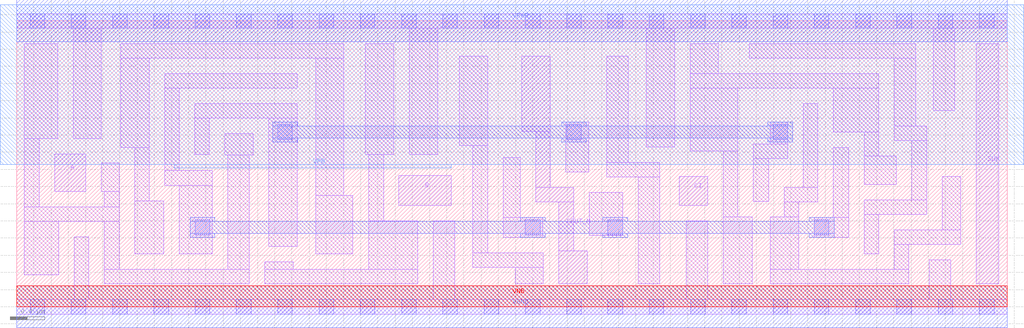
<source format=lef>
# Copyright 2020 The SkyWater PDK Authors
#
# Licensed under the Apache License, Version 2.0 (the "License");
# you may not use this file except in compliance with the License.
# You may obtain a copy of the License at
#
#     https://www.apache.org/licenses/LICENSE-2.0
#
# Unless required by applicable law or agreed to in writing, software
# distributed under the License is distributed on an "AS IS" BASIS,
# WITHOUT WARRANTIES OR CONDITIONS OF ANY KIND, either express or implied.
# See the License for the specific language governing permissions and
# limitations under the License.
#
# SPDX-License-Identifier: Apache-2.0

VERSION 5.7 ;
  NOWIREEXTENSIONATPIN ON ;
  DIVIDERCHAR "/" ;
  BUSBITCHARS "[]" ;
MACRO sky130_fd_sc_lp__fahcon_1
  CLASS CORE ;
  FOREIGN sky130_fd_sc_lp__fahcon_1 ;
  ORIGIN  0.000000  0.000000 ;
  SIZE  11.52000 BY  3.330000 ;
  SYMMETRY X Y R90 ;
  SITE unit ;
  PIN A
    ANTENNAGATEAREA  0.315000 ;
    DIRECTION INPUT ;
    USE SIGNAL ;
    PORT
      LAYER li1 ;
        RECT 0.440000 1.345000 0.805000 1.780000 ;
    END
  END A
  PIN B
    ANTENNAGATEAREA  1.005000 ;
    DIRECTION INPUT ;
    USE SIGNAL ;
    PORT
      LAYER li1 ;
        RECT 4.445000 1.180000 5.050000 1.530000 ;
    END
  END B
  PIN CI
    ANTENNAGATEAREA  0.561000 ;
    DIRECTION INPUT ;
    USE SIGNAL ;
    PORT
      LAYER li1 ;
        RECT 7.705000 1.180000 8.035000 1.515000 ;
    END
  END CI
  PIN COUT_N
    ANTENNADIFFAREA  1.035600 ;
    DIRECTION OUTPUT ;
    USE SIGNAL ;
    PORT
      LAYER li1 ;
        RECT 5.875000 2.040000 6.205000 2.920000 ;
        RECT 6.035000 1.220000 6.475000 1.390000 ;
        RECT 6.035000 1.390000 6.205000 2.040000 ;
        RECT 6.305000 0.265000 6.635000 0.650000 ;
        RECT 6.305000 0.650000 6.475000 1.220000 ;
    END
  END COUT_N
  PIN SUM
    ANTENNADIFFAREA  0.579600 ;
    DIRECTION OUTPUT ;
    USE SIGNAL ;
    PORT
      LAYER li1 ;
        RECT 11.155000 0.265000 11.420000 3.065000 ;
    END
  END SUM
  PIN VGND
    DIRECTION INOUT ;
    USE GROUND ;
    PORT
      LAYER met1 ;
        RECT 0.000000 -0.245000 11.520000 0.245000 ;
    END
  END VGND
  PIN VNB
    DIRECTION INOUT ;
    USE GROUND ;
    PORT
      LAYER pwell ;
        RECT 0.000000 0.000000 11.520000 0.245000 ;
    END
  END VNB
  PIN VPB
    DIRECTION INOUT ;
    USE POWER ;
    PORT
      LAYER nwell ;
        RECT -0.190000 1.655000 11.710000 3.520000 ;
        RECT  1.830000 1.615000  5.055000 1.655000 ;
    END
  END VPB
  PIN VPWR
    DIRECTION INOUT ;
    USE POWER ;
    PORT
      LAYER met1 ;
        RECT 0.000000 3.085000 11.520000 3.575000 ;
    END
  END VPWR
  OBS
    LAYER li1 ;
      RECT  0.000000 -0.085000 11.520000 0.085000 ;
      RECT  0.000000  3.245000 11.520000 3.415000 ;
      RECT  0.090000  0.375000  0.490000 0.995000 ;
      RECT  0.090000  0.995000  1.190000 1.165000 ;
      RECT  0.090000  1.165000  0.260000 1.960000 ;
      RECT  0.090000  1.960000  0.475000 3.065000 ;
      RECT  0.655000  1.960000  0.985000 3.245000 ;
      RECT  0.670000  0.085000  0.840000 0.815000 ;
      RECT  0.985000  1.345000  1.190000 1.675000 ;
      RECT  1.020000  0.265000  2.705000 0.435000 ;
      RECT  1.020000  0.435000  1.190000 0.995000 ;
      RECT  1.020000  1.165000  1.190000 1.345000 ;
      RECT  1.210000  1.855000  1.540000 2.895000 ;
      RECT  1.210000  2.895000  3.805000 3.065000 ;
      RECT  1.370000  0.615000  1.710000 1.235000 ;
      RECT  1.370000  1.235000  1.540000 1.855000 ;
      RECT  1.720000  1.415000  2.275000 1.585000 ;
      RECT  1.720000  1.585000  1.890000 2.545000 ;
      RECT  1.720000  2.545000  3.260000 2.715000 ;
      RECT  1.890000  0.615000  2.275000 1.415000 ;
      RECT  2.070000  1.775000  2.240000 2.195000 ;
      RECT  2.070000  2.195000  3.260000 2.365000 ;
      RECT  2.420000  1.765000  2.750000 2.015000 ;
      RECT  2.455000  0.435000  2.705000 1.765000 ;
      RECT  2.885000  0.265000  4.665000 0.435000 ;
      RECT  2.885000  0.435000  3.215000 0.525000 ;
      RECT  2.930000  0.705000  3.260000 2.195000 ;
      RECT  3.475000  0.615000  3.910000 1.295000 ;
      RECT  3.475000  1.295000  3.805000 2.895000 ;
      RECT  4.055000  1.775000  4.385000 3.065000 ;
      RECT  4.095000  0.435000  4.665000 1.000000 ;
      RECT  4.095000  1.000000  4.265000 1.775000 ;
      RECT  4.565000  1.775000  4.895000 3.245000 ;
      RECT  4.845000  0.085000  5.095000 1.000000 ;
      RECT  5.145000  1.880000  5.475000 2.920000 ;
      RECT  5.305000  0.460000  6.125000 0.630000 ;
      RECT  5.305000  0.630000  5.475000 1.880000 ;
      RECT  5.655000  0.810000  6.115000 1.040000 ;
      RECT  5.655000  1.040000  5.855000 1.740000 ;
      RECT  5.795000  0.265000  6.125000 0.460000 ;
      RECT  6.385000  1.570000  6.650000 2.150000 ;
      RECT  6.655000  0.830000  7.045000 1.330000 ;
      RECT  6.860000  1.510000  7.475000 1.680000 ;
      RECT  6.860000  1.680000  7.110000 2.920000 ;
      RECT  7.225000  0.265000  7.475000 1.510000 ;
      RECT  7.320000  1.860000  7.650000 3.245000 ;
      RECT  7.785000  0.085000  8.035000 1.000000 ;
      RECT  7.830000  1.815000  8.385000 2.545000 ;
      RECT  7.830000  2.545000 10.025000 2.715000 ;
      RECT  7.830000  2.715000  8.160000 3.065000 ;
      RECT  8.215000  0.265000  8.550000 1.045000 ;
      RECT  8.215000  1.045000  8.385000 1.815000 ;
      RECT  8.520000  2.895000 10.455000 3.065000 ;
      RECT  8.565000  1.225000  8.745000 1.725000 ;
      RECT  8.565000  1.725000  8.965000 1.895000 ;
      RECT  8.765000  0.265000 10.375000 0.435000 ;
      RECT  8.765000  0.435000  9.095000 1.045000 ;
      RECT  8.765000  1.895000  8.965000 2.150000 ;
      RECT  8.925000  1.045000  9.095000 1.220000 ;
      RECT  8.925000  1.220000  9.315000 1.390000 ;
      RECT  9.145000  1.390000  9.315000 2.365000 ;
      RECT  9.275000  0.810000  9.675000 1.040000 ;
      RECT  9.495000  1.040000  9.675000 1.855000 ;
      RECT  9.495000  2.035000 10.025000 2.545000 ;
      RECT  9.855000  0.615000 10.025000 1.075000 ;
      RECT  9.855000  1.075000 10.580000 1.245000 ;
      RECT  9.855000  1.425000 10.230000 1.755000 ;
      RECT  9.855000  1.755000 10.025000 2.035000 ;
      RECT 10.205000  0.435000 10.375000 0.725000 ;
      RECT 10.205000  0.725000 10.975000 0.895000 ;
      RECT 10.205000  1.935000 10.580000 2.105000 ;
      RECT 10.205000  2.105000 10.455000 2.895000 ;
      RECT 10.410000  1.245000 10.580000 1.935000 ;
      RECT 10.610000  0.085000 10.860000 0.545000 ;
      RECT 10.660000  2.285000 10.910000 3.245000 ;
      RECT 10.760000  0.895000 10.975000 1.515000 ;
    LAYER mcon ;
      RECT  0.155000 -0.085000  0.325000 0.085000 ;
      RECT  0.155000  3.245000  0.325000 3.415000 ;
      RECT  0.635000 -0.085000  0.805000 0.085000 ;
      RECT  0.635000  3.245000  0.805000 3.415000 ;
      RECT  1.115000 -0.085000  1.285000 0.085000 ;
      RECT  1.115000  3.245000  1.285000 3.415000 ;
      RECT  1.595000 -0.085000  1.765000 0.085000 ;
      RECT  1.595000  3.245000  1.765000 3.415000 ;
      RECT  2.075000 -0.085000  2.245000 0.085000 ;
      RECT  2.075000  0.840000  2.245000 1.010000 ;
      RECT  2.075000  3.245000  2.245000 3.415000 ;
      RECT  2.555000 -0.085000  2.725000 0.085000 ;
      RECT  2.555000  3.245000  2.725000 3.415000 ;
      RECT  3.035000 -0.085000  3.205000 0.085000 ;
      RECT  3.035000  1.950000  3.205000 2.120000 ;
      RECT  3.035000  3.245000  3.205000 3.415000 ;
      RECT  3.515000 -0.085000  3.685000 0.085000 ;
      RECT  3.515000  3.245000  3.685000 3.415000 ;
      RECT  3.995000 -0.085000  4.165000 0.085000 ;
      RECT  3.995000  3.245000  4.165000 3.415000 ;
      RECT  4.475000 -0.085000  4.645000 0.085000 ;
      RECT  4.475000  3.245000  4.645000 3.415000 ;
      RECT  4.955000 -0.085000  5.125000 0.085000 ;
      RECT  4.955000  3.245000  5.125000 3.415000 ;
      RECT  5.435000 -0.085000  5.605000 0.085000 ;
      RECT  5.435000  3.245000  5.605000 3.415000 ;
      RECT  5.915000 -0.085000  6.085000 0.085000 ;
      RECT  5.915000  0.840000  6.085000 1.010000 ;
      RECT  5.915000  3.245000  6.085000 3.415000 ;
      RECT  6.395000 -0.085000  6.565000 0.085000 ;
      RECT  6.395000  1.950000  6.565000 2.120000 ;
      RECT  6.395000  3.245000  6.565000 3.415000 ;
      RECT  6.875000 -0.085000  7.045000 0.085000 ;
      RECT  6.875000  0.840000  7.045000 1.010000 ;
      RECT  6.875000  3.245000  7.045000 3.415000 ;
      RECT  7.355000 -0.085000  7.525000 0.085000 ;
      RECT  7.355000  3.245000  7.525000 3.415000 ;
      RECT  7.835000 -0.085000  8.005000 0.085000 ;
      RECT  7.835000  3.245000  8.005000 3.415000 ;
      RECT  8.315000 -0.085000  8.485000 0.085000 ;
      RECT  8.315000  3.245000  8.485000 3.415000 ;
      RECT  8.795000 -0.085000  8.965000 0.085000 ;
      RECT  8.795000  1.950000  8.965000 2.120000 ;
      RECT  8.795000  3.245000  8.965000 3.415000 ;
      RECT  9.275000 -0.085000  9.445000 0.085000 ;
      RECT  9.275000  0.840000  9.445000 1.010000 ;
      RECT  9.275000  3.245000  9.445000 3.415000 ;
      RECT  9.755000 -0.085000  9.925000 0.085000 ;
      RECT  9.755000  3.245000  9.925000 3.415000 ;
      RECT 10.235000 -0.085000 10.405000 0.085000 ;
      RECT 10.235000  3.245000 10.405000 3.415000 ;
      RECT 10.715000 -0.085000 10.885000 0.085000 ;
      RECT 10.715000  3.245000 10.885000 3.415000 ;
      RECT 11.195000 -0.085000 11.365000 0.085000 ;
      RECT 11.195000  3.245000 11.365000 3.415000 ;
    LAYER met1 ;
      RECT 2.015000 0.810000 2.305000 0.855000 ;
      RECT 2.015000 0.855000 9.505000 0.995000 ;
      RECT 2.015000 0.995000 2.305000 1.040000 ;
      RECT 2.975000 1.920000 3.265000 1.965000 ;
      RECT 2.975000 1.965000 9.025000 2.105000 ;
      RECT 2.975000 2.105000 3.265000 2.150000 ;
      RECT 5.855000 0.810000 6.145000 0.855000 ;
      RECT 5.855000 0.995000 6.145000 1.040000 ;
      RECT 6.335000 1.920000 6.625000 1.965000 ;
      RECT 6.335000 2.105000 6.625000 2.150000 ;
      RECT 6.815000 0.810000 7.105000 0.855000 ;
      RECT 6.815000 0.995000 7.105000 1.040000 ;
      RECT 8.735000 1.920000 9.025000 1.965000 ;
      RECT 8.735000 2.105000 9.025000 2.150000 ;
      RECT 9.215000 0.810000 9.505000 0.855000 ;
      RECT 9.215000 0.995000 9.505000 1.040000 ;
  END
END sky130_fd_sc_lp__fahcon_1
END LIBRARY

</source>
